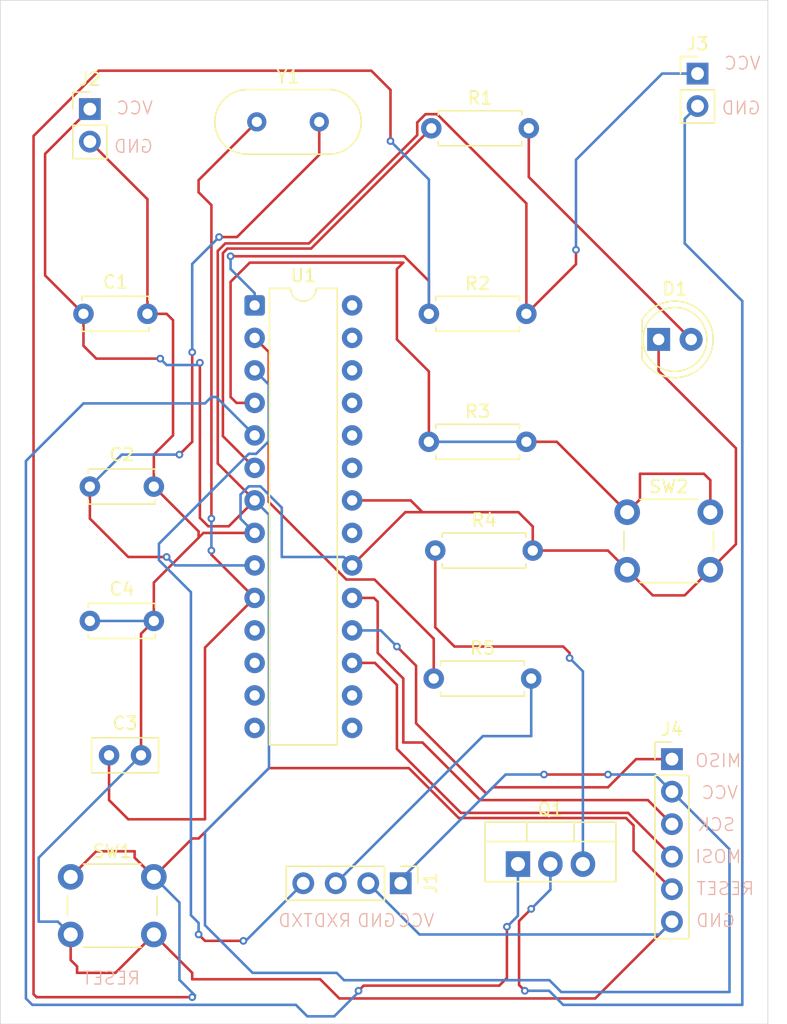
<source format=kicad_pcb>
(kicad_pcb (version 20241229) (generator "pcbnew") (generator_version "9.0")
  (layers (0 "F.Cu" signal) (2 "B.Cu" signal) (13 "F.Paste" user) (15 "B.Paste" user) (5 "F.SilkS" user "F.Silkscreen") (7 "B.SilkS" user "B.Silkscreen") (1 "F.Mask" user) (3 "B.Mask" user) (25 "Edge.Cuts" user))
  (net 0 "")
  (net 1 "GND")
  (net 2 "VCC")
  (net 3 "Net-(U1-XTAL1{slash}PB6)")
  (net 4 "Net-(U1-XTAL2{slash}PB7)")
  (net 5 "Net-(D1-A)")
  (net 6 "Net-(J1-Pin_3)")
  (net 7 "Net-(J1-Pin_4)")
  (net 8 "Net-(J3-Pin_2)")
  (net 9 "Net-(Q1-G)")
  (net 10 "Net-(Q1-S)")
  (net 11 "Net-(U1-PD4)")
  (net 12 "Net-(U1-PD2)")
  (net 13 "Net-(U1-PD0)")
  (net 27 "Net-(J4-Pin_4)")
  (net 28 "Net-(J4-Pin_1)")
  (net 29 "Net-(J4-Pin_5)")
  (net 30 "Net-(J4-Pin_3)")
  (footprint "Connector_PinHeader_2.54mm:PinHeader_1x02_P2.54mm_Vertical" (layer "F.Cu") (at 167 62.725)
    (property "Reference" "J3" (at 0 -2.33 0) (layer "F.SilkS"))
    (property "Value" "Humidifier Module")
    (fp_line (start -1.33 -1.33) (end 0 -1.33) (stroke (width 0.12)) (layer "F.SilkS"))
    (fp_line (start -1.33 0) (end -1.33 -1.33) (stroke (width 0.12)) (layer "F.SilkS"))
    (fp_line (start -1.33 1.27) (end -1.33 3.87) (stroke (width 0.12)) (layer "F.SilkS"))
    (fp_line (start -1.33 1.27) (end 1.33 1.27) (stroke (width 0.12)) (layer "F.SilkS"))
    (fp_line (start -1.33 3.87) (end 1.33 3.87) (stroke (width 0.12)) (layer "F.SilkS"))
    (fp_line (start 1.33 1.27) (end 1.33 3.87) (stroke (width 0.12)) (layer "F.SilkS"))
    (pad "1" thru_hole rect (at 0 0) (size 1.7 1.7) (drill 1) (layers "*.Cu" "*.Mask") (net 2 "VCC"))
    (pad "2" thru_hole oval (at 0 2.54) (size 1.7 1.7) (drill 1) (layers "*.Cu" "*.Mask") (net 8 "Net-(J3-Pin_2)"))
  )
  (footprint "Button_Switch_THT:SW_PUSH_6mm_H5mm" (layer "F.Cu") (at 118 125.5)
    (property "Reference" "SW1" (at 3.25 -2 0) (layer "F.SilkS"))
    (property "Value" "RESET")
    (fp_line (start -0.25 1.5) (end -0.25 3) (stroke (width 0.12)) (layer "F.SilkS"))
    (fp_line (start 1 5.5) (end 5.5 5.5) (stroke (width 0.12)) (layer "F.SilkS"))
    (fp_line (start 5.5 -1) (end 1 -1) (stroke (width 0.12)) (layer "F.SilkS"))
    (fp_line (start 6.75 3) (end 6.75 1.5) (stroke (width 0.12)) (layer "F.SilkS"))
    (pad "1" thru_hole circle (at 0 0 90) (size 2 2) (drill 1.1) (layers "*.Cu" "*.Mask") (net 29 "Net-(J4-Pin_5)"))
    (pad "1" thru_hole circle (at 6.5 0 90) (size 2 2) (drill 1.1) (layers "*.Cu" "*.Mask") (net 29 "Net-(J4-Pin_5)"))
    (pad "2" thru_hole circle (at 0 4.5 90) (size 2 2) (drill 1.1) (layers "*.Cu" "*.Mask") (net 1 "GND"))
    (pad "2" thru_hole circle (at 6.5 4.5 90) (size 2 2) (drill 1.1) (layers "*.Cu" "*.Mask") (net 1 "GND"))
  )
  (footprint "Package_DIP:DIP-28_W7.62mm" (layer "F.Cu") (at 132.38 80.84)
    (property "Reference" "U1" (at 3.81 -2.33 0) (layer "F.SilkS"))
    (property "Value" "ATmega328P-P")
    (fp_line (start 1.16 -1.33) (end 1.16 34.35) (stroke (width 0.12)) (layer "F.SilkS"))
    (fp_line (start 1.16 34.35) (end 6.46 34.35) (stroke (width 0.12)) (layer "F.SilkS"))
    (fp_line (start 2.81 -1.33) (end 1.16 -1.33) (stroke (width 0.12)) (layer "F.SilkS"))
    (fp_line (start 6.46 -1.33) (end 4.81 -1.33) (stroke (width 0.12)) (layer "F.SilkS"))
    (fp_line (start 6.46 34.35) (end 6.46 -1.33) (stroke (width 0.12)) (layer "F.SilkS"))
    (fp_arc (start 4.81 -1.33) (mid 3.81 -0.33) (end 2.81 -1.33) (stroke (width 0.12)) (layer "F.SilkS"))
    (pad "1" thru_hole roundrect (at 0 0) (size 1.6 1.6) (drill 0.8) (layers "*.Cu" "*.Mask") (roundrect_rratio 0.15625) (net 29 "Net-(J4-Pin_5)"))
    (pad "2" thru_hole circle (at 0 2.54) (size 1.6 1.6) (drill 0.8) (layers "*.Cu" "*.Mask") (net 13 "Net-(U1-PD0)"))
    (pad "3" thru_hole circle (at 0 5.08) (size 1.6 1.6) (drill 0.8) (layers "*.Cu" "*.Mask") (net 7 "Net-(J1-Pin_4)"))
    (pad "4" thru_hole circle (at 0 7.62) (size 1.6 1.6) (drill 0.8) (layers "*.Cu" "*.Mask") (net 12 "Net-(U1-PD2)"))
    (pad "5" thru_hole circle (at 0 10.16) (size 1.6 1.6) (drill 0.8) (layers "*.Cu" "*.Mask") (net 9 "Net-(Q1-G)"))
    (pad "6" thru_hole circle (at 0 12.7) (size 1.6 1.6) (drill 0.8) (layers "*.Cu" "*.Mask") (net 11 "Net-(U1-PD4)"))
    (pad "7" thru_hole circle (at 0 15.24) (size 1.6 1.6) (drill 0.8) (layers "*.Cu" "*.Mask") (net 2 "VCC"))
    (pad "8" thru_hole circle (at 0 17.78) (size 1.6 1.6) (drill 0.8) (layers "*.Cu" "*.Mask") (net 1 "GND"))
    (pad "9" thru_hole circle (at 0 20.32) (size 1.6 1.6) (drill 0.8) (layers "*.Cu" "*.Mask") (net 3 "Net-(U1-XTAL1{slash}PB6)"))
    (pad "10" thru_hole circle (at 0 22.86) (size 1.6 1.6) (drill 0.8) (layers "*.Cu" "*.Mask") (net 4 "Net-(U1-XTAL2{slash}PB7)"))
    (pad "11" thru_hole circle (at 0 25.4) (size 1.6 1.6) (drill 0.8) (layers "*.Cu" "*.Mask"))
    (pad "12" thru_hole circle (at 0 27.94) (size 1.6 1.6) (drill 0.8) (layers "*.Cu" "*.Mask"))
    (pad "13" thru_hole circle (at 0 30.48) (size 1.6 1.6) (drill 0.8) (layers "*.Cu" "*.Mask"))
    (pad "14" thru_hole circle (at 0 33.02) (size 1.6 1.6) (drill 0.8) (layers "*.Cu" "*.Mask"))
    (pad "15" thru_hole circle (at 7.62 33.02) (size 1.6 1.6) (drill 0.8) (layers "*.Cu" "*.Mask"))
    (pad "16" thru_hole circle (at 7.62 30.48) (size 1.6 1.6) (drill 0.8) (layers "*.Cu" "*.Mask"))
    (pad "17" thru_hole circle (at 7.62 27.94) (size 1.6 1.6) (drill 0.8) (layers "*.Cu" "*.Mask") (net 27 "Net-(J4-Pin_4)"))
    (pad "18" thru_hole circle (at 7.62 25.4) (size 1.6 1.6) (drill 0.8) (layers "*.Cu" "*.Mask") (net 28 "Net-(J4-Pin_1)"))
    (pad "19" thru_hole circle (at 7.62 22.86) (size 1.6 1.6) (drill 0.8) (layers "*.Cu" "*.Mask") (net 30 "Net-(J4-Pin_3)"))
    (pad "20" thru_hole circle (at 7.62 20.32) (size 1.6 1.6) (drill 0.8) (layers "*.Cu" "*.Mask") (net 1 "GND"))
    (pad "21" thru_hole circle (at 7.62 17.78) (size 1.6 1.6) (drill 0.8) (layers "*.Cu" "*.Mask"))
    (pad "22" thru_hole circle (at 7.62 15.24) (size 1.6 1.6) (drill 0.8) (layers "*.Cu" "*.Mask") (net 1 "GND"))
    (pad "23" thru_hole circle (at 7.62 12.7) (size 1.6 1.6) (drill 0.8) (layers "*.Cu" "*.Mask"))
    (pad "24" thru_hole circle (at 7.62 10.16) (size 1.6 1.6) (drill 0.8) (layers "*.Cu" "*.Mask"))
    (pad "25" thru_hole circle (at 7.62 7.62) (size 1.6 1.6) (drill 0.8) (layers "*.Cu" "*.Mask"))
    (pad "26" thru_hole circle (at 7.62 5.08) (size 1.6 1.6) (drill 0.8) (layers "*.Cu" "*.Mask"))
    (pad "27" thru_hole circle (at 7.62 2.54) (size 1.6 1.6) (drill 0.8) (layers "*.Cu" "*.Mask"))
    (pad "28" thru_hole circle (at 7.62 0) (size 1.6 1.6) (drill 0.8) (layers "*.Cu" "*.Mask"))
  )
  (footprint "Crystal:Crystal_HC49-4H_Vertical" (layer "F.Cu") (at 132.55 66.5)
    (property "Reference" "Y1" (at 2.44 -3.525 0) (layer "F.SilkS"))
    (property "Value" "16 MHz crystal")
    (fp_line (start -0.76 -2.525) (end 5.64 -2.525) (stroke (width 0.12)) (layer "F.SilkS"))
    (fp_line (start -0.76 2.525) (end 5.64 2.525) (stroke (width 0.12)) (layer "F.SilkS"))
    (fp_arc (start -0.76 2.525) (mid -3.285 0) (end -0.76 -2.525) (stroke (width 0.12)) (layer "F.SilkS"))
    (fp_arc (start 5.64 -2.525) (mid 8.165 0) (end 5.64 2.525) (stroke (width 0.12)) (layer "F.SilkS"))
    (pad "1" thru_hole circle (at 0 0) (size 1.5 1.5) (drill 0.8) (layers "*.Cu" "*.Mask") (net 4 "Net-(U1-XTAL2{slash}PB7)"))
    (pad "2" thru_hole circle (at 4.88 0) (size 1.5 1.5) (drill 0.8) (layers "*.Cu" "*.Mask") (net 3 "Net-(U1-XTAL1{slash}PB6)"))
  )
  (footprint "Connector_PinHeader_2.54mm:PinHeader_1x06_P2.54mm_Vertical" (layer "F.Cu") (at 165 116.3)
    (property "Reference" "J4" (at 0 -2.33 0) (layer "F.SilkS"))
    (property "Value" "Programming Pins")
    (fp_line (start -1.33 -1.33) (end 0 -1.33) (stroke (width 0.12)) (layer "F.SilkS"))
    (fp_line (start -1.33 0) (end -1.33 -1.33) (stroke (width 0.12)) (layer "F.SilkS"))
    (fp_line (start -1.33 1.27) (end -1.33 14.03) (stroke (width 0.12)) (layer "F.SilkS"))
    (fp_line (start -1.33 1.27) (end 1.33 1.27) (stroke (width 0.12)) (layer "F.SilkS"))
    (fp_line (start -1.33 14.03) (end 1.33 14.03) (stroke (width 0.12)) (layer "F.SilkS"))
    (fp_line (start 1.33 1.27) (end 1.33 14.03) (stroke (width 0.12)) (layer "F.SilkS"))
    (pad "1" thru_hole rect (at 0 0) (size 1.7 1.7) (drill 1) (layers "*.Cu" "*.Mask") (net 28 "Net-(J4-Pin_1)"))
    (pad "2" thru_hole oval (at 0 2.54) (size 1.7 1.7) (drill 1) (layers "*.Cu" "*.Mask") (net 2 "VCC"))
    (pad "3" thru_hole oval (at 0 5.08) (size 1.7 1.7) (drill 1) (layers "*.Cu" "*.Mask") (net 30 "Net-(J4-Pin_3)"))
    (pad "4" thru_hole oval (at 0 7.62) (size 1.7 1.7) (drill 1) (layers "*.Cu" "*.Mask") (net 27 "Net-(J4-Pin_4)"))
    (pad "5" thru_hole oval (at 0 10.16) (size 1.7 1.7) (drill 1) (layers "*.Cu" "*.Mask") (net 29 "Net-(J4-Pin_5)"))
    (pad "6" thru_hole oval (at 0 12.7) (size 1.7 1.7) (drill 1) (layers "*.Cu" "*.Mask") (net 1 "GND"))
  )
  (footprint "Capacitor_THT:C_Disc_D5.0mm_W2.5mm_P2.50mm" (layer "F.Cu") (at 121 116)
    (property "Reference" "C3" (at 1.25 -2.5 0) (layer "F.SilkS"))
    (property "Value" "22pF")
    (fp_line (start -1.37 -1.37) (end -1.37 1.37) (stroke (width 0.12)) (layer "F.SilkS"))
    (fp_line (start -1.37 -1.37) (end 3.87 -1.37) (stroke (width 0.12)) (layer "F.SilkS"))
    (fp_line (start -1.37 1.37) (end 3.87 1.37) (stroke (width 0.12)) (layer "F.SilkS"))
    (fp_line (start 3.87 -1.37) (end 3.87 1.37) (stroke (width 0.12)) (layer "F.SilkS"))
    (pad "1" thru_hole circle (at 0 0) (size 1.6 1.6) (drill 0.8) (layers "*.Cu" "*.Mask") (net 4 "Net-(U1-XTAL2{slash}PB7)"))
    (pad "2" thru_hole circle (at 2.5 0) (size 1.6 1.6) (drill 0.8) (layers "*.Cu" "*.Mask") (net 1 "GND"))
  )
  (footprint "Connector_PinHeader_2.54mm:PinHeader_1x04_P2.54mm_Vertical" (layer "F.Cu") (at 143.8 126 -90)
    (property "Reference" "J1" (at 0 -2.33 90) (layer "F.SilkS"))
    (property "Value" "Bluetooth Header")
    (fp_line (start -1.33 8.95) (end 1.33 8.95) (stroke (width 0.12)) (layer "F.SilkS"))
    (fp_line (start -1.33 1.27) (end -1.33 8.95) (stroke (width 0.12)) (layer "F.SilkS"))
    (fp_line (start -1.33 1.27) (end 1.33 1.27) (stroke (width 0.12)) (layer "F.SilkS"))
    (fp_line (start 1.33 1.27) (end 1.33 8.95) (stroke (width 0.12)) (layer "F.SilkS"))
    (fp_line (start -1.33 0) (end -1.33 -1.33) (stroke (width 0.12)) (layer "F.SilkS"))
    (fp_line (start -1.33 -1.33) (end 0 -1.33) (stroke (width 0.12)) (layer "F.SilkS"))
    (pad "1" thru_hole rect (at 0 0 270) (size 1.7 1.7) (drill 1) (layers "*.Cu" "*.Mask") (net 2 "VCC"))
    (pad "2" thru_hole oval (at 0 2.54 270) (size 1.7 1.7) (drill 1) (layers "*.Cu" "*.Mask") (net 1 "GND"))
    (pad "3" thru_hole oval (at 0 5.08 270) (size 1.7 1.7) (drill 1) (layers "*.Cu" "*.Mask") (net 6 "Net-(J1-Pin_3)"))
    (pad "4" thru_hole oval (at 0 7.62 270) (size 1.7 1.7) (drill 1) (layers "*.Cu" "*.Mask") (net 7 "Net-(J1-Pin_4)"))
  )
  (footprint "Capacitor_THT:C_Disc_D5.0mm_W2.5mm_P5.00mm" (layer "F.Cu") (at 119 81.5)
    (property "Reference" "C1" (at 2.5 -2.5 0) (layer "F.SilkS"))
    (property "Value" "0.1µF")
    (fp_line (start -0.12 -1.37) (end -0.12 -1.055) (stroke (width 0.12)) (layer "F.SilkS"))
    (fp_line (start -0.12 -1.37) (end 5.12 -1.37) (stroke (width 0.12)) (layer "F.SilkS"))
    (fp_line (start -0.12 1.055) (end -0.12 1.37) (stroke (width 0.12)) (layer "F.SilkS"))
    (fp_line (start -0.12 1.37) (end 5.12 1.37) (stroke (width 0.12)) (layer "F.SilkS"))
    (fp_line (start 5.12 -1.37) (end 5.12 -1.055) (stroke (width 0.12)) (layer "F.SilkS"))
    (fp_line (start 5.12 1.055) (end 5.12 1.37) (stroke (width 0.12)) (layer "F.SilkS"))
    (pad "1" thru_hole circle (at 0 0) (size 1.6 1.6) (drill 0.8) (layers "*.Cu" "*.Mask") (net 2 "VCC"))
    (pad "2" thru_hole circle (at 5 0) (size 1.6 1.6) (drill 0.8) (layers "*.Cu" "*.Mask") (net 1 "GND"))
  )
  (footprint "Resistor_THT:R_Axial_DIN0207_L6.3mm_D2.5mm_P7.62mm_Horizontal" (layer "F.Cu") (at 146 81.5)
    (property "Reference" "R2" (at 3.81 -2.37 0) (layer "F.SilkS"))
    (property "Value" "10kΩ")
    (fp_line (start 0.54 -1.37) (end 7.08 -1.37) (stroke (width 0.12)) (layer "F.SilkS"))
    (fp_line (start 0.54 -1.04) (end 0.54 -1.37) (stroke (width 0.12)) (layer "F.SilkS"))
    (fp_line (start 0.54 1.04) (end 0.54 1.37) (stroke (width 0.12)) (layer "F.SilkS"))
    (fp_line (start 0.54 1.37) (end 7.08 1.37) (stroke (width 0.12)) (layer "F.SilkS"))
    (fp_line (start 7.08 -1.37) (end 7.08 -1.04) (stroke (width 0.12)) (layer "F.SilkS"))
    (fp_line (start 7.08 1.37) (end 7.08 1.04) (stroke (width 0.12)) (layer "F.SilkS"))
    (pad "1" thru_hole circle (at 0 0) (size 1.6 1.6) (drill 0.8) (layers "*.Cu" "*.Mask") (net 29 "Net-(J4-Pin_5)"))
    (pad "2" thru_hole oval (at 7.62 0) (size 1.6 1.6) (drill 0.8) (layers "*.Cu" "*.Mask") (net 2 "VCC"))
  )
  (footprint "Resistor_THT:R_Axial_DIN0207_L6.3mm_D2.5mm_P7.62mm_Horizontal" (layer "F.Cu") (at 146.5 100)
    (property "Reference" "R4" (at 3.81 -2.37 0) (layer "F.SilkS"))
    (property "Value" "220Ω")
    (fp_line (start 0.54 -1.37) (end 7.08 -1.37) (stroke (width 0.12)) (layer "F.SilkS"))
    (fp_line (start 0.54 -1.04) (end 0.54 -1.37) (stroke (width 0.12)) (layer "F.SilkS"))
    (fp_line (start 0.54 1.04) (end 0.54 1.37) (stroke (width 0.12)) (layer "F.SilkS"))
    (fp_line (start 0.54 1.37) (end 7.08 1.37) (stroke (width 0.12)) (layer "F.SilkS"))
    (fp_line (start 7.08 -1.37) (end 7.08 -1.04) (stroke (width 0.12)) (layer "F.SilkS"))
    (fp_line (start 7.08 1.37) (end 7.08 1.04) (stroke (width 0.12)) (layer "F.SilkS"))
    (pad "1" thru_hole circle (at 0 0) (size 1.6 1.6) (drill 0.8) (layers "*.Cu" "*.Mask") (net 10 "Net-(Q1-S)"))
    (pad "2" thru_hole oval (at 7.62 0) (size 1.6 1.6) (drill 0.8) (layers "*.Cu" "*.Mask") (net 1 "GND"))
  )
  (footprint "Resistor_THT:R_Axial_DIN0207_L6.3mm_D2.5mm_P7.62mm_Horizontal" (layer "F.Cu") (at 146 91.5)
    (property "Reference" "R3" (at 3.81 -2.37 0) (layer "F.SilkS"))
    (property "Value" "10kΩ")
    (fp_line (start 0.54 -1.37) (end 7.08 -1.37) (stroke (width 0.12)) (layer "F.SilkS"))
    (fp_line (start 0.54 -1.04) (end 0.54 -1.37) (stroke (width 0.12)) (layer "F.SilkS"))
    (fp_line (start 0.54 1.04) (end 0.54 1.37) (stroke (width 0.12)) (layer "F.SilkS"))
    (fp_line (start 0.54 1.37) (end 7.08 1.37) (stroke (width 0.12)) (layer "F.SilkS"))
    (fp_line (start 7.08 -1.37) (end 7.08 -1.04) (stroke (width 0.12)) (layer "F.SilkS"))
    (fp_line (start 7.08 1.37) (end 7.08 1.04) (stroke (width 0.12)) (layer "F.SilkS"))
    (pad "1" thru_hole circle (at 0 0) (size 1.6 1.6) (drill 0.8) (layers "*.Cu" "*.Mask") (net 12 "Net-(U1-PD2)"))
    (pad "2" thru_hole oval (at 7.62 0) (size 1.6 1.6) (drill 0.8) (layers "*.Cu" "*.Mask") (net 12 "Net-(U1-PD2)"))
  )
  (footprint "Capacitor_THT:C_Disc_D5.0mm_W2.5mm_P5.00mm" (layer "F.Cu") (at 119.5 105.5)
    (property "Reference" "C4" (at 2.5 -2.5 0) (layer "F.SilkS"))
    (property "Value" "0.1µF")
    (fp_line (start -0.12 -1.37) (end -0.12 -1.055) (stroke (width 0.12)) (layer "F.SilkS"))
    (fp_line (start -0.12 -1.37) (end 5.12 -1.37) (stroke (width 0.12)) (layer "F.SilkS"))
    (fp_line (start -0.12 1.055) (end -0.12 1.37) (stroke (width 0.12)) (layer "F.SilkS"))
    (fp_line (start -0.12 1.37) (end 5.12 1.37) (stroke (width 0.12)) (layer "F.SilkS"))
    (fp_line (start 5.12 -1.37) (end 5.12 -1.055) (stroke (width 0.12)) (layer "F.SilkS"))
    (fp_line (start 5.12 1.055) (end 5.12 1.37) (stroke (width 0.12)) (layer "F.SilkS"))
    (pad "1" thru_hole circle (at 0 0) (size 1.6 1.6) (drill 0.8) (layers "*.Cu" "*.Mask") (net 1 "GND"))
    (pad "2" thru_hole circle (at 5 0) (size 1.6 1.6) (drill 0.8) (layers "*.Cu" "*.Mask") (net 1 "GND"))
  )
  (footprint "Resistor_THT:R_Axial_DIN0207_L6.3mm_D2.5mm_P7.62mm_Horizontal" (layer "F.Cu") (at 146.38 110)
    (property "Reference" "R5" (at 3.81 -2.37 0) (layer "F.SilkS"))
    (property "Value" "1kΩ")
    (fp_line (start 0.54 -1.37) (end 7.08 -1.37) (stroke (width 0.12)) (layer "F.SilkS"))
    (fp_line (start 0.54 -1.04) (end 0.54 -1.37) (stroke (width 0.12)) (layer "F.SilkS"))
    (fp_line (start 0.54 1.04) (end 0.54 1.37) (stroke (width 0.12)) (layer "F.SilkS"))
    (fp_line (start 0.54 1.37) (end 7.08 1.37) (stroke (width 0.12)) (layer "F.SilkS"))
    (fp_line (start 7.08 -1.37) (end 7.08 -1.04) (stroke (width 0.12)) (layer "F.SilkS"))
    (fp_line (start 7.08 1.37) (end 7.08 1.04) (stroke (width 0.12)) (layer "F.SilkS"))
    (pad "1" thru_hole circle (at 0 0) (size 1.6 1.6) (drill 0.8) (layers "*.Cu" "*.Mask") (net 13 "Net-(U1-PD0)"))
    (pad "2" thru_hole oval (at 7.62 0) (size 1.6 1.6) (drill 0.8) (layers "*.Cu" "*.Mask") (net 6 "Net-(J1-Pin_3)"))
  )
  (footprint "LED_THT:LED_D5.0mm" (layer "F.Cu") (at 163.96 83.5)
    (property "Reference" "D1" (at 1.27 -3.96 0) (layer "F.SilkS"))
    (property "Value" "LED")
    (fp_line (start -1.29 -1.545) (end -1.29 1.545) (stroke (width 0.12)) (layer "F.SilkS"))
    (fp_arc (start -1.29 -1.54483) (mid 2.071756 -2.880501) (end 4.26 -0.000048) (stroke (width 0.12)) (layer "F.SilkS"))
    (fp_arc (start 4.26 0.000048) (mid 2.071756 2.880501) (end -1.29 1.54483) (stroke (width 0.12)) (layer "F.SilkS"))
    (fp_circle (center 1.27 0) (end 3.77 0) (stroke (width 0.12)) (fill no) (layer "F.SilkS"))
    (pad "1" thru_hole rect (at 0 0) (size 1.8 1.8) (drill 0.9) (layers "*.Cu" "*.Mask") (net 1 "GND"))
    (pad "2" thru_hole circle (at 2.54 0) (size 1.8 1.8) (drill 0.9) (layers "*.Cu" "*.Mask") (net 5 "Net-(D1-A)"))
  )
  (footprint "Package_TO_SOT_THT:TO-220-3_Vertical" (layer "F.Cu") (at 152.96 124.5)
    (property "Reference" "Q1" (at 2.54 -4.27 0) (layer "F.SilkS"))
    (property "Value" "Q_NMOS_GDS")
    (fp_line (start -2.58 -3.27) (end -2.58 1.371) (stroke (width 0.12)) (layer "F.SilkS"))
    (fp_line (start -2.58 -3.27) (end 7.66 -3.27) (stroke (width 0.12)) (layer "F.SilkS"))
    (fp_line (start -2.58 -1.76) (end 7.66 -1.76) (stroke (width 0.12)) (layer "F.SilkS"))
    (fp_line (start -2.58 1.371) (end 7.66 1.371) (stroke (width 0.12)) (layer "F.SilkS"))
    (fp_line (start 0.69 -3.27) (end 0.69 -1.76) (stroke (width 0.12)) (layer "F.SilkS"))
    (fp_line (start 4.391 -3.27) (end 4.391 -1.76) (stroke (width 0.12)) (layer "F.SilkS"))
    (fp_line (start 7.66 -3.27) (end 7.66 1.371) (stroke (width 0.12)) (layer "F.SilkS"))
    (pad "1" thru_hole rect (at 0 0) (size 1.905 2) (drill 1.1) (layers "*.Cu" "*.Mask") (net 9 "Net-(Q1-G)"))
    (pad "2" thru_hole oval (at 2.54 0) (size 1.905 2) (drill 1.1) (layers "*.Cu" "*.Mask") (net 8 "Net-(J3-Pin_2)"))
    (pad "3" thru_hole oval (at 5.08 0) (size 1.905 2) (drill 1.1) (layers "*.Cu" "*.Mask") (net 10 "Net-(Q1-S)"))
  )
  (footprint "Resistor_THT:R_Axial_DIN0207_L6.3mm_D2.5mm_P7.62mm_Horizontal" (layer "F.Cu") (at 146.19 67)
    (property "Reference" "R1" (at 3.81 -2.37 0) (layer "F.SilkS"))
    (property "Value" "330Ω")
    (fp_line (start 0.54 -1.37) (end 7.08 -1.37) (stroke (width 0.12)) (layer "F.SilkS"))
    (fp_line (start 0.54 -1.04) (end 0.54 -1.37) (stroke (width 0.12)) (layer "F.SilkS"))
    (fp_line (start 0.54 1.04) (end 0.54 1.37) (stroke (width 0.12)) (layer "F.SilkS"))
    (fp_line (start 0.54 1.37) (end 7.08 1.37) (stroke (width 0.12)) (layer "F.SilkS"))
    (fp_line (start 7.08 -1.37) (end 7.08 -1.04) (stroke (width 0.12)) (layer "F.SilkS"))
    (fp_line (start 7.08 1.37) (end 7.08 1.04) (stroke (width 0.12)) (layer "F.SilkS"))
    (pad "1" thru_hole circle (at 0 0) (size 1.6 1.6) (drill 0.8) (layers "*.Cu" "*.Mask") (net 11 "Net-(U1-PD4)"))
    (pad "2" thru_hole oval (at 7.62 0) (size 1.6 1.6) (drill 0.8) (layers "*.Cu" "*.Mask") (net 5 "Net-(D1-A)"))
  )
  (footprint "Capacitor_THT:C_Disc_D5.0mm_W2.5mm_P5.00mm" (layer "F.Cu") (at 119.5 95)
    (property "Reference" "C2" (at 2.5 -2.5 0) (layer "F.SilkS"))
    (property "Value" "22pF")
    (fp_line (start -0.12 -1.37) (end -0.12 -1.055) (stroke (width 0.12)) (layer "F.SilkS"))
    (fp_line (start -0.12 -1.37) (end 5.12 -1.37) (stroke (width 0.12)) (layer "F.SilkS"))
    (fp_line (start -0.12 1.055) (end -0.12 1.37) (stroke (width 0.12)) (layer "F.SilkS"))
    (fp_line (start -0.12 1.37) (end 5.12 1.37) (stroke (width 0.12)) (layer "F.SilkS"))
    (fp_line (start 5.12 -1.37) (end 5.12 -1.055) (stroke (width 0.12)) (layer "F.SilkS"))
    (fp_line (start 5.12 1.055) (end 5.12 1.37) (stroke (width 0.12)) (layer "F.SilkS"))
    (pad "1" thru_hole circle (at 0 0) (size 1.6 1.6) (drill 0.8) (layers "*.Cu" "*.Mask") (net 3 "Net-(U1-XTAL1{slash}PB6)"))
    (pad "2" thru_hole circle (at 5 0) (size 1.6 1.6) (drill 0.8) (layers "*.Cu" "*.Mask") (net 1 "GND"))
  )
  (footprint "Connector_PinHeader_2.54mm:PinHeader_1x02_P2.54mm_Vertical" (layer "F.Cu") (at 119.5 65.5)
    (property "Reference" "J2" (at 0 -2.33 0) (layer "F.SilkS"))
    (property "Value" "5V INPUT")
    (fp_line (start -1.33 -1.33) (end 0 -1.33) (stroke (width 0.12)) (layer "F.SilkS"))
    (fp_line (start -1.33 0) (end -1.33 -1.33) (stroke (width 0.12)) (layer "F.SilkS"))
    (fp_line (start -1.33 1.27) (end -1.33 3.87) (stroke (width 0.12)) (layer "F.SilkS"))
    (fp_line (start -1.33 1.27) (end 1.33 1.27) (stroke (width 0.12)) (layer "F.SilkS"))
    (fp_line (start -1.33 3.87) (end 1.33 3.87) (stroke (width 0.12)) (layer "F.SilkS"))
    (fp_line (start 1.33 1.27) (end 1.33 3.87) (stroke (width 0.12)) (layer "F.SilkS"))
    (pad "1" thru_hole rect (at 0 0) (size 1.7 1.7) (drill 1) (layers "*.Cu" "*.Mask") (net 2 "VCC"))
    (pad "2" thru_hole oval (at 0 2.54) (size 1.7 1.7) (drill 1) (layers "*.Cu" "*.Mask") (net 1 "GND"))
  )
  (footprint "Button_Switch_THT:SW_PUSH_6mm_H5mm" (layer "F.Cu") (at 161.5 97)
    (property "Reference" "SW2" (at 3.25 -2 0) (layer "F.SilkS"))
    (property "Value" "SWITCH")
    (fp_line (start -0.25 1.5) (end -0.25 3) (stroke (width 0.12)) (layer "F.SilkS"))
    (fp_line (start 1 5.5) (end 5.5 5.5) (stroke (width 0.12)) (layer "F.SilkS"))
    (fp_line (start 5.5 -1) (end 1 -1) (stroke (width 0.12)) (layer "F.SilkS"))
    (fp_line (start 6.75 3) (end 6.75 1.5) (stroke (width 0.12)) (layer "F.SilkS"))
    (pad "1" thru_hole circle (at 0 0 90) (size 2 2) (drill 1.1) (layers "*.Cu" "*.Mask") (net 12 "Net-(U1-PD2)"))
    (pad "1" thru_hole circle (at 6.5 0 90) (size 2 2) (drill 1.1) (layers "*.Cu" "*.Mask") (net 12 "Net-(U1-PD2)"))
    (pad "2" thru_hole circle (at 0 4.5 90) (size 2 2) (drill 1.1) (layers "*.Cu" "*.Mask") (net 1 "GND"))
    (pad "2" thru_hole circle (at 6.5 4.5 90) (size 2 2) (drill 1.1) (layers "*.Cu" "*.Mask") (net 1 "GND"))
  )
  (gr_rect (start 112.5 57) (end 172.5 137) (stroke (width 0.05)) (fill no) (layer "Edge.Cuts"))
  (gr_text "GND" (at 172 66 0) (layer "B.SilkS") (effects (font (size 1 1) (thickness 0.1)) (justify left bottom mirror)))
  (gr_text "GND" (at 143.5 129.5 0) (layer "B.SilkS") (effects (font (size 1 1) (thickness 0.1)) (justify left bottom mirror)))
  (gr_text "	VCC" (at 174 119.5 0) (layer "B.SilkS") (effects (font (size 1 1) (thickness 0.1)) (justify left bottom mirror)))
  (gr_text "MOSI" (at 170.5 124.5 0) (layer "B.SilkS") (effects (font (size 1 1) (thickness 0.1)) (justify left bottom mirror)))
  (gr_text "RESET" (at 123.5 134 0) (layer "B.SilkS") (effects (font (size 1 1) (thickness 0.1)) (justify left bottom mirror)))
  (gr_text "VCC" (at 124.5 66 0) (layer "B.SilkS") (effects (font (size 1 1) (thickness 0.1)) (justify left bottom mirror)))
  (gr_text "RESET" (at 171.5 127 0) (layer "B.SilkS") (effects (font (size 1 1) (thickness 0.1)) (justify left bottom mirror)))
  (gr_text "SCK" (at 170 122 0) (layer "B.SilkS") (effects (font (size 1 1) (thickness 0.1)) (justify left bottom mirror)))
  (gr_text "GND" (at 124.5 69 0) (layer "B.SilkS") (effects (font (size 1 1) (thickness 0.1)) (justify left bottom mirror)))
  (gr_text "VCC\n" (at 172 62.5 0) (layer "B.SilkS") (effects (font (size 1 1) (thickness 0.1)) (justify left bottom mirror)))
  (gr_text "MISO" (at 170.5 117 0) (layer "B.SilkS") (effects (font (size 1 1) (thickness 0.1)) (justify left bottom mirror)))
  (gr_text "GND" (at 170 129.5 0) (layer "B.SilkS") (effects (font (size 1 1) (thickness 0.1)) (justify left bottom mirror)))
  (gr_text "RXD" (at 140 129.5 0) (layer "B.SilkS") (effects (font (size 1 1) (thickness 0.1)) (justify left bottom mirror)))
  (gr_text "TXD" (at 137 129.5 0) (layer "B.SilkS") (effects (font (size 1 1) (thickness 0.1)) (justify left bottom mirror)))
  (gr_text "VCC" (at 146.5 129.5 0) (layer "B.SilkS") (effects (font (size 1 1) (thickness 0.1)) (justify left bottom mirror)))
  (segment (start 128 98.5) (end 128 99) (width 0.2) (layer "F.Cu") (net 1))
  (segment (start 118.5 132.5) (end 118 132) (width 0.2) (layer "F.Cu") (net 1))
  (segment (start 144.16 97) (end 140 101.16) (width 0.2) (layer "F.Cu") (net 1))
  (segment (start 166 103.5) (end 163.5 103.5) (width 0.2) (layer "F.Cu") (net 1))
  (segment (start 124.5 102.5) (end 128 99) (width 0.2) (layer "F.Cu") (net 1))
  (segment (start 126 91) (end 126 82) (width 0.2) (layer "F.Cu") (net 1))
  (segment (start 128 99) (end 128.38 98.62) (width 0.2) (layer "F.Cu") (net 1))
  (segment (start 123.5 116) (end 123.5 106.5) (width 0.2) (layer "F.Cu") (net 1))
  (segment (start 144.58 96.08) (end 145.5 97) (width 0.2) (layer "F.Cu") (net 1))
  (segment (start 170 99.5) (end 168 101.5) (width 0.2) (layer "F.Cu") (net 1))
  (segment (start 127.5 133.5) (end 127.5 133) (width 0.2) (layer "F.Cu") (net 1))
  (segment (start 126 82) (end 125.5 81.5) (width 0.2) (layer "F.Cu") (net 1))
  (segment (start 153 97) (end 145.5 97) (width 0.2) (layer "F.Cu") (net 1))
  (segment (start 128.38 98.62) (end 132.38 98.62) (width 0.2) (layer "F.Cu") (net 1))
  (segment (start 154.12 100) (end 154.12 98.12) (width 0.2) (layer "F.Cu") (net 1))
  (segment (start 123.5 106.5) (end 124.5 105.5) (width 0.2) (layer "F.Cu") (net 1))
  (segment (start 124.5 130) (end 121.5 133) (width 0.2) (layer "F.Cu") (net 1))
  (segment (start 139 135) (end 137.5 133.5) (width 0.2) (layer "F.Cu") (net 1))
  (segment (start 127.5 133) (end 124.5 130) (width 0.2) (layer "F.Cu") (net 1))
  (segment (start 124.5 95) (end 128 98.5) (width 0.2) (layer "F.Cu") (net 1))
  (segment (start 140 96.08) (end 144.58 96.08) (width 0.2) (layer "F.Cu") (net 1))
  (segment (start 154.12 100) (end 160 100) (width 0.2) (layer "F.Cu") (net 1))
  (segment (start 125.5 81.5) (end 124 81.5) (width 0.2) (layer "F.Cu") (net 1))
  (segment (start 118 132) (end 118 130) (width 0.2) (layer "F.Cu") (net 1))
  (segment (start 154.12 98.12) (end 153 97) (width 0.2) (layer "F.Cu") (net 1))
  (segment (start 163.96 83.5) (end 163.96 85.96) (width 0.2) (layer "F.Cu") (net 1))
  (segment (start 121.5 133) (end 118.5 133) (width 0.2) (layer "F.Cu") (net 1))
  (segment (start 168 101.5) (end 166 103.5) (width 0.2) (layer "F.Cu") (net 1))
  (segment (start 145.5 97) (end 144.16 97) (width 0.2) (layer "F.Cu") (net 1))
  (segment (start 124 72.54) (end 124 81.5) (width 0.2) (layer "F.Cu") (net 1))
  (segment (start 124.5 95) (end 124.5 92.5) (width 0.2) (layer "F.Cu") (net 1))
  (segment (start 118.5 133) (end 118.5 132.5) (width 0.2) (layer "F.Cu") (net 1))
  (segment (start 160 100) (end 161.5 101.5) (width 0.2) (layer "F.Cu") (net 1))
  (segment (start 119.5 68.04) (end 124 72.54) (width 0.2) (layer "F.Cu") (net 1))
  (segment (start 124.5 92.5) (end 126 91) (width 0.2) (layer "F.Cu") (net 1))
  (segment (start 163.96 85.96) (end 170 92) (width 0.2) (layer "F.Cu") (net 1))
  (segment (start 159 135) (end 139 135) (width 0.2) (layer "F.Cu") (net 1))
  (segment (start 163.5 103.5) (end 161.5 101.5) (width 0.2) (layer "F.Cu") (net 1))
  (segment (start 137.5 133.5) (end 127.5 133.5) (width 0.2) (layer "F.Cu") (net 1))
  (segment (start 170 92) (end 170 99.5) (width 0.2) (layer "F.Cu") (net 1))
  (segment (start 165 129) (end 159 135) (width 0.2) (layer "F.Cu") (net 1))
  (segment (start 124.5 105.5) (end 124.5 102.5) (width 0.2) (layer "F.Cu") (net 1))
  (segment (start 115.5 129) (end 117 129) (width 0.2) (layer "B.Cu") (net 1))
  (segment (start 134.5 100.5) (end 134.5 96.64295) (width 0.2) (layer "B.Cu") (net 1))
  (segment (start 131.279 97.519) (end 132.38 98.62) (width 0.2) (layer "B.Cu") (net 1))
  (segment (start 117 129) (end 118 130) (width 0.2) (layer "B.Cu") (net 1))
  (segment (start 132.83605 94.979) (end 131.92395 94.979) (width 0.2) (layer "B.Cu") (net 1))
  (segment (start 131.92395 94.979) (end 131.279 95.62395) (width 0.2) (layer "B.Cu") (net 1))
  (segment (start 123.5 116) (end 115.5 124) (width 0.2) (layer "B.Cu") (net 1))
  (segment (start 131.279 95.62395) (end 131.279 97.519) (width 0.2) (layer "B.Cu") (net 1))
  (segment (start 141.26 126) (end 145.261764 130.001764) (width 0.2) (layer "B.Cu") (net 1))
  (segment (start 115.5 124) (end 115.5 129) (width 0.2) (layer "B.Cu") (net 1))
  (segment (start 124.5 129.150057) (end 124.5 130) (width 0.2) (layer "B.Cu") (net 1))
  (segment (start 119.5 105.5) (end 124.5 105.5) (width 0.2) (layer "B.Cu") (net 1))
  (segment (start 134.5 96.64295) (end 132.83605 94.979) (width 0.2) (layer "B.Cu") (net 1))
  (segment (start 163.998236 130.001764) (end 165 129) (width 0.2) (layer "B.Cu") (net 1))
  (segment (start 139.34 100.5) (end 134.5 100.5) (width 0.2) (layer "B.Cu") (net 1))
  (segment (start 140 101.16) (end 139.34 100.5) (width 0.2) (layer "B.Cu") (net 1))
  (segment (start 145.261764 130.001764) (end 163.998236 130.001764) (width 0.2) (layer "B.Cu") (net 1))
  (segment (start 155 117.5) (end 160 117.5) (width 0.2) (layer "F.Cu") (net 2))
  (segment (start 119.5 84.5) (end 120 85) (width 0.2) (layer "F.Cu") (net 2))
  (segment (start 130.359 98.101) (end 132.38 96.08) (width 0.2) (layer "F.Cu") (net 2))
  (segment (start 116 69) (end 116 78.5) (width 0.2) (layer "F.Cu") (net 2))
  (segment (start 119 81.5) (end 119 84) (width 0.2) (layer "F.Cu") (net 2))
  (segment (start 129.498 76.584957) (end 129.498 93.198) (width 0.2) (layer "F.Cu") (net 2))
  (segment (start 153.62 81.5) (end 153.62 72.87295) (width 0.2) (layer "F.Cu") (net 2))
  (segment (start 116 78.5) (end 119 81.5) (width 0.2) (layer "F.Cu") (net 2))
  (segment (start 120 85) (end 125 85) (width 0.2) (layer "F.Cu") (net 2))
  (segment (start 128.1 85.32) (end 128.1 97.449943) (width 0.2) (layer "F.Cu") (net 2))
  (segment (start 145.089 66.54395) (end 145.089 67.5339) (width 0.2) (layer "F.Cu") (net 2))
  (segment (start 129.498 93.198) (end 132.38 96.08) (width 0.2) (layer "F.Cu") (net 2))
  (segment (start 128.751057 98.101) (end 130.359 98.101) (width 0.2) (layer "F.Cu") (net 2))
  (segment (start 136.6249 75.998) (end 130.084957 75.998) (width 0.2) (layer "F.Cu") (net 2))
  (segment (start 157.5 77.62) (end 157.5 76.5) (width 0.2) (layer "F.Cu") (net 2))
  (segment (start 145.73395 65.899) (end 145.089 66.54395) (width 0.2) (layer "F.Cu") (net 2))
  (segment (start 146.64605 65.899) (end 145.73395 65.899) (width 0.2) (layer "F.Cu") (net 2))
  (segment (start 128.1 97.449943) (end 128.751057 98.101) (width 0.2) (layer "F.Cu") (net 2))
  (segment (start 119.5 65.5) (end 116 69) (width 0.2) (layer "F.Cu") (net 2))
  (segment (start 119 84) (end 119.5 84.5) (width 0.2) (layer "F.Cu") (net 2))
  (segment (start 145.089 67.5339) (end 136.6249 75.998) (width 0.2) (layer "F.Cu") (net 2))
  (segment (start 153.62 81.5) (end 157.5 77.62) (width 0.2) (layer "F.Cu") (net 2))
  (segment (start 153.62 72.87295) (end 146.64605 65.899) (width 0.2) (layer "F.Cu") (net 2))
  (segment (start 130.084957 75.998) (end 129.498 76.584957) (width 0.2) (layer "F.Cu") (net 2))
  (via (at 155 117.5) (size 0.6) (drill 0.3) (layers "F.Cu" "B.Cu") (net 2))
  (via (at 125 85) (size 0.6) (drill 0.3) (layers "F.Cu" "B.Cu") (net 2))
  (via (at 128.1 85.32) (size 0.6) (drill 0.3) (layers "F.Cu" "B.Cu") (net 2))
  (via (at 160 117.5) (size 0.6) (drill 0.3) (layers "F.Cu" "B.Cu") (net 2))
  (via (at 157.5 76.5) (size 0.6) (drill 0.3) (layers "F.Cu" "B.Cu") (net 2))
  (segment (start 132.217157 133) (end 138.79 133) (width 0.2) (layer "B.Cu") (net 2))
  (segment (start 160 117.5) (end 163.66 117.5) (width 0.2) (layer "B.Cu") (net 2))
  (segment (start 150.5 119) (end 152 117.5) (width 0.2) (layer "B.Cu") (net 2))
  (segment (start 125.5 85.5) (end 128 85.5) (width 0.2) (layer "B.Cu") (net 2))
  (segment (start 128.5 129.282843) (end 132.217157 133) (width 0.2) (layer "B.Cu") (net 2))
  (segment (start 157.5 69.46) (end 157.5 76.5) (width 0.2) (layer "B.Cu") (net 2))
  (segment (start 128 85.5) (end 128.1 85.4) (width 0.2) (layer "B.Cu") (net 2))
  (segment (start 169.5 134.5) (end 169.5 123.34) (width 0.2) (layer "B.Cu") (net 2))
  (segment (start 133.5 97.2) (end 133.5 117) (width 0.2) (layer "B.Cu") (net 2))
  (segment (start 125 85) (end 125.5 85.5) (width 0.2) (layer "B.Cu") (net 2))
  (segment (start 156.349943 134.5) (end 169.5 134.5) (width 0.2) (layer "B.Cu") (net 2))
  (segment (start 164.235 62.725) (end 157.5 69.46) (width 0.2) (layer "B.Cu") (net 2))
  (segment (start 139.365029 133.575029) (end 138.79 133) (width 0.2) (layer "B.Cu") (net 2))
  (segment (start 169.5 123.34) (end 165 118.84) (width 0.2) (layer "B.Cu") (net 2))
  (segment (start 152 117.5) (end 155 117.5) (width 0.2) (layer "B.Cu") (net 2))
  (segment (start 128.1 85.4) (end 128.1 85.32) (width 0.2) (layer "B.Cu") (net 2))
  (segment (start 143.8 125.7) (end 150.5 119) (width 0.2) (layer "B.Cu") (net 2))
  (segment (start 132.38 96.08) (end 133.5 97.2) (width 0.2) (layer "B.Cu") (net 2))
  (segment (start 143.8 126) (end 143.8 125.7) (width 0.2) (layer "B.Cu") (net 2))
  (segment (start 167 62.725) (end 164.235 62.725) (width 0.2) (layer "B.Cu") (net 2))
  (segment (start 133.5 117) (end 128.5 122) (width 0.2) (layer "B.Cu") (net 2))
  (segment (start 128.5 122) (end 128.5 129.282843) (width 0.2) (layer "B.Cu") (net 2))
  (segment (start 155.424971 133.575029) (end 139.365029 133.575029) (width 0.2) (layer "B.Cu") (net 2))
  (segment (start 155.424971 133.575029) (end 156.349943 134.5) (width 0.2) (layer "B.Cu") (net 2))
  (segment (start 163.66 117.5) (end 165 118.84) (width 0.2) (layer "B.Cu") (net 2))
  (segment (start 122 100) (end 122.5 100.5) (width 0.2) (layer "F.Cu") (net 3))
  (segment (start 127.5 84.5) (end 127.5 91.5) (width 0.2) (layer "F.Cu") (net 3))
  (segment (start 131 75.5) (end 129.6 75.5) (width 0.2) (layer "F.Cu") (net 3))
  (segment (start 127.5 91.5) (end 126.5 92.5) (width 0.2) (layer "F.Cu") (net 3))
  (segment (start 122.5 100.5) (end 125.5 100.5) (width 0.2) (layer "F.Cu") (net 3))
  (segment (start 137.43 69.07) (end 131.5 75) (width 0.2) (layer "F.Cu") (net 3))
  (segment (start 119.5 97.5) (end 122 100) (width 0.2) (layer "F.Cu") (net 3))
  (segment (start 131.5 75) (end 131 75.5) (width 0.2) (layer "F.Cu") (net 3))
  (segment (start 137.43 66.5) (end 137.43 69.07) (width 0.2) (layer "F.Cu") (net 3))
  (segment (start 119.5 95) (end 119.5 97.5) (width 0.2) (layer "F.Cu") (net 3))
  (via (at 129.6 75.5) (size 0.6) (drill 0.3) (layers "F.Cu" "B.Cu") (net 3))
  (via (at 126.5 92.5) (size 0.6) (drill 0.3) (layers "F.Cu" "B.Cu") (net 3))
  (via (at 127.5 84.5) (size 0.6) (drill 0.3) (layers "F.Cu" "B.Cu") (net 3))
  (via (at 125.5 100.5) (size 0.6) (drill 0.3) (layers "F.Cu" "B.Cu") (net 3))
  (segment (start 126.16 101.16) (end 132.38 101.16) (width 0.2) (layer "B.Cu") (net 3))
  (segment (start 127.5 77.6) (end 127.5 84.5) (width 0.2) (layer "B.Cu") (net 3))
  (segment (start 129.6 75.5) (end 127.5 77.6) (width 0.2) (layer "B.Cu") (net 3))
  (segment (start 125.5 100.5) (end 126.16 101.16) (width 0.2) (layer "B.Cu") (net 3))
  (segment (start 126.5 92.5) (end 122 92.5) (width 0.2) (layer "B.Cu") (net 3))
  (segment (start 122 92.5) (end 119.5 95) (width 0.2) (layer "B.Cu") (net 3))
  (segment (start 128.5 107.58) (end 132.38 103.7) (width 0.2) (layer "F.Cu") (net 4))
  (segment (start 122.5 121) (end 128.5 121) (width 0.2) (layer "F.Cu") (net 4))
  (segment (start 132.55 66.5) (end 128 71.05) (width 0.2) (layer "F.Cu") (net 4))
  (segment (start 129 100.32) (end 132.38 103.7) (width 0.2) (layer "F.Cu") (net 4))
  (segment (start 128 72) (end 129 73) (width 0.2) (layer "F.Cu") (net 4))
  (segment (start 128.5 121) (end 128.5 107.58) (width 0.2) (layer "F.Cu") (net 4))
  (segment (start 121 116) (end 121 119.5) (width 0.2) (layer "F.Cu") (net 4))
  (segment (start 128 71.05) (end 128 72) (width 0.2) (layer "F.Cu") (net 4))
  (segment (start 121 119.5) (end 122.5 121) (width 0.2) (layer "F.Cu") (net 4))
  (segment (start 129 73) (end 129 97.5) (width 0.2) (layer "F.Cu") (net 4))
  (segment (start 129 100) (end 129 100.32) (width 0.2) (layer "F.Cu") (net 4))
  (via (at 129 100) (size 0.6) (drill 0.3) (layers "F.Cu" "B.Cu") (net 4))
  (via (at 129 97.5) (size 0.6) (drill 0.3) (layers "F.Cu" "B.Cu") (net 4))
  (segment (start 129 97.5) (end 129 100) (width 0.2) (layer "B.Cu") (net 4))
  (segment (start 153.81 70.81) (end 153.81 67) (width 0.2) (layer "F.Cu") (net 5))
  (segment (start 166.5 83.5) (end 153.81 70.81) (width 0.2) (layer "F.Cu") (net 5))
  (segment (start 154 114.5) (end 154 110) (width 0.2) (layer "B.Cu") (net 6))
  (segment (start 150.22 114.5) (end 154 114.5) (width 0.2) (layer "B.Cu") (net 6))
  (segment (start 138.72 126) (end 150.22 114.5) (width 0.2) (layer "B.Cu") (net 6))
  (segment (start 131.5 130.5) (end 128.5 130.5) (width 0.2) (layer "F.Cu") (net 7))
  (segment (start 128.5 130.5) (end 128 130) (width 0.2) (layer "F.Cu") (net 7))
  (via (at 131.5 130.5) (size 0.6) (drill 0.3) (layers "F.Cu" "B.Cu") (net 7))
  (via (at 128 130) (size 0.6) (drill 0.3) (layers "F.Cu" "B.Cu") (net 7))
  (segment (start 124.899 100.748943) (end 124.899 99.46395) (width 0.2) (layer "B.Cu") (net 7))
  (segment (start 128 130) (end 128 129.101) (width 0.2) (layer "B.Cu") (net 7))
  (segment (start 136.18 126) (end 131.68 130.5) (width 0.2) (layer "B.Cu") (net 7))
  (segment (start 127.399 128.5) (end 127.399 103.248943) (width 0.2) (layer "B.Cu") (net 7))
  (segment (start 128 129.101) (end 127.399 128.5) (width 0.2) (layer "B.Cu") (net 7))
  (segment (start 131.92395 92.439) (end 132.49805 92.439) (width 0.2) (layer "B.Cu") (net 7))
  (segment (start 131.68 130.5) (end 131.5 130.5) (width 0.2) (layer "B.Cu") (net 7))
  (segment (start 133.481 87.021) (end 132.38 85.92) (width 0.2) (layer "B.Cu") (net 7))
  (segment (start 127.399 103.248943) (end 124.899 100.748943) (width 0.2) (layer "B.Cu") (net 7))
  (segment (start 124.899 99.46395) (end 131.92395 92.439) (width 0.2) (layer "B.Cu") (net 7))
  (segment (start 133.481 91.45605) (end 133.481 87.021) (width 0.2) (layer "B.Cu") (net 7))
  (segment (start 132.49805 92.439) (end 133.481 91.45605) (width 0.2) (layer "B.Cu") (net 7))
  (segment (start 153.05 133.95) (end 153.5 134.4) (width 0.2) (layer "F.Cu") (net 8))
  (segment (start 154 128) (end 153.05 128.95) (width 0.2) (layer "F.Cu") (net 8))
  (segment (start 153.05 128.95) (end 153.05 133.95) (width 0.2) (layer "F.Cu") (net 8))
  (via (at 153.5 134.4) (size 0.6) (drill 0.3) (layers "F.Cu" "B.Cu") (net 8))
  (via (at 154 128) (size 0.6) (drill 0.3) (layers "F.Cu" "B.Cu") (net 8))
  (segment (start 155.4 134.4) (end 153.5 134.4) (width 0.2) (layer "B.Cu") (net 8))
  (segment (start 167 65.265) (end 166 66.265) (width 0.2) (layer "B.Cu") (net 8))
  (segment (start 166 76) (end 170.5 80.5) (width 0.2) (layer "B.Cu") (net 8))
  (segment (start 170.5 135.5) (end 156.5 135.5) (width 0.2) (layer "B.Cu") (net 8))
  (segment (start 156.5 135.5) (end 155.4 134.4) (width 0.2) (layer "B.Cu") (net 8))
  (segment (start 155.5 126.5) (end 154 128) (width 0.2) (layer "B.Cu") (net 8))
  (segment (start 155.5 124.5) (end 155.5 126.5) (width 0.2) (layer "B.Cu") (net 8))
  (segment (start 166 66.265) (end 166 76) (width 0.2) (layer "B.Cu") (net 8))
  (segment (start 170.5 80.5) (end 170.5 135.5) (width 0.2) (layer "B.Cu") (net 8))
  (segment (start 140.9 134) (end 140.5 134.4) (width 0.2) (layer "F.Cu") (net 9))
  (segment (start 151.5 134) (end 140.9 134) (width 0.2) (layer "F.Cu") (net 9))
  (segment (start 152.099237 129.400764) (end 152.099237 133.400763) (width 0.2) (layer "F.Cu") (net 9))
  (segment (start 152.099237 133.400763) (end 151.5 134) (width 0.2) (layer "F.Cu") (net 9))
  (via (at 140.5 134.4) (size 0.6) (drill 0.3) (layers "F.Cu" "B.Cu") (net 9))
  (via (at 152.099237 129.400764) (size 0.6) (drill 0.3) (layers "F.Cu" "B.Cu") (net 9))
  (segment (start 136.5 136.399) (end 138.601 136.399) (width 0.2) (layer "B.Cu") (net 9))
  (segment (start 128.5 88.5) (end 119 88.5) (width 0.2) (layer "B.Cu") (net 9))
  (segment (start 115 135.5) (end 135.601 135.5) (width 0.2) (layer "B.Cu") (net 9))
  (segment (start 152.96 128.540001) (end 152.099237 129.400764) (width 0.2) (layer "B.Cu") (net 9))
  (segment (start 129.38 88) (end 129 88) (width 0.2) (layer "B.Cu") (net 9))
  (segment (start 114.5 135) (end 115 135.5) (width 0.2) (layer "B.Cu") (net 9))
  (segment (start 132.38 91) (end 129.38 88) (width 0.2) (layer "B.Cu") (net 9))
  (segment (start 119 88.5) (end 114.5 93) (width 0.2) (layer "B.Cu") (net 9))
  (segment (start 135.601 135.5) (end 136.5 136.399) (width 0.2) (layer "B.Cu") (net 9))
  (segment (start 152.96 124.5) (end 152.96 128.540001) (width 0.2) (layer "B.Cu") (net 9))
  (segment (start 140.5 134.5) (end 140.5 134.4) (width 0.2) (layer "B.Cu") (net 9))
  (segment (start 138.601 136.399) (end 140.5 134.5) (width 0.2) (layer "B.Cu") (net 9))
  (segment (start 114.5 93) (end 114.5 135) (width 0.2) (layer "B.Cu") (net 9))
  (segment (start 129 88) (end 128.5 88.5) (width 0.2) (layer "B.Cu") (net 9))
  (segment (start 156.5 107.5) (end 157 108) (width 0.2) (layer "F.Cu") (net 10))
  (segment (start 148 107.5) (end 156.5 107.5) (width 0.2) (layer "F.Cu") (net 10))
  (segment (start 157 108) (end 157 108.4) (width 0.2) (layer "F.Cu") (net 10))
  (segment (start 146.5 100) (end 146.5 106) (width 0.2) (layer "F.Cu") (net 10))
  (segment (start 147 106.5) (end 148 107.5) (width 0.2) (layer "F.Cu") (net 10))
  (segment (start 146.5 106) (end 147 106.5) (width 0.2) (layer "F.Cu") (net 10))
  (via (at 157 108.4) (size 0.6) (drill 0.3) (layers "F.Cu" "B.Cu") (net 10))
  (segment (start 158.04 109.44) (end 157 108.4) (width 0.2) (layer "B.Cu") (net 10))
  (segment (start 158.04 124.5) (end 158.04 109.44) (width 0.2) (layer "B.Cu") (net 10))
  (segment (start 136.791 76.399) (end 130.251057 76.399) (width 0.2) (layer "F.Cu") (net 11))
  (segment (start 129.899 91.059) (end 132.38 93.54) (width 0.2) (layer "F.Cu") (net 11))
  (segment (start 146.19 67) (end 136.791 76.399) (width 0.2) (layer "F.Cu") (net 11))
  (segment (start 130.251057 76.399) (end 129.899 76.751057) (width 0.2) (layer "F.Cu") (net 11))
  (segment (start 129.899 76.751057) (end 129.899 91.059) (width 0.2) (layer "F.Cu") (net 11))
  (segment (start 162.5 96) (end 161.5 97) (width 0.2) (layer "F.Cu") (net 12))
  (segment (start 130.5 79) (end 130.5 88) (width 0.2) (layer "F.Cu") (net 12))
  (segment (start 167.5 94) (end 162.5 94) (width 0.2) (layer "F.Cu") (net 12))
  (segment (start 168 94.5) (end 167.5 94) (width 0.2) (layer "F.Cu") (net 12))
  (segment (start 130.96 88.46) (end 132.38 88.46) (width 0.2) (layer "F.Cu") (net 12))
  (segment (start 143.5 78) (end 144 77.5) (width 0.2) (layer "F.Cu") (net 12))
  (segment (start 146 91.5) (end 146 86) (width 0.2) (layer "F.Cu") (net 12))
  (segment (start 156 91.5) (end 153.62 91.5) (width 0.2) (layer "F.Cu") (net 12))
  (segment (start 162.5 94) (end 162.5 96) (width 0.2) (layer "F.Cu") (net 12))
  (segment (start 144 77.5) (end 132 77.5) (width 0.2) (layer "F.Cu") (net 12))
  (segment (start 146 86) (end 143.5 83.5) (width 0.2) (layer "F.Cu") (net 12))
  (segment (start 132 77.5) (end 130.5 79) (width 0.2) (layer "F.Cu") (net 12))
  (segment (start 143.5 83.5) (end 143.5 78) (width 0.2) (layer "F.Cu") (net 12))
  (segment (start 130.5 88) (end 130.96 88.46) (width 0.2) (layer "F.Cu") (net 12))
  (segment (start 161.5 97) (end 156 91.5) (width 0.2) (layer "F.Cu") (net 12))
  (segment (start 168 97) (end 168 94.5) (width 0.2) (layer "F.Cu") (net 12))
  (segment (start 146 91.5) (end 153.62 91.5) (width 0.2) (layer "B.Cu") (net 12))
  (segment (start 133.481 84.481) (end 132.38 83.38) (width 0.2) (layer "F.Cu") (net 13))
  (segment (start 141.74595 102.261) (end 139.54395 102.261) (width 0.2) (layer "F.Cu") (net 13))
  (segment (start 146.38 106.89505) (end 141.74595 102.261) (width 0.2) (layer "F.Cu") (net 13))
  (segment (start 139.54395 102.261) (end 133.481 96.19805) (width 0.2) (layer "F.Cu") (net 13))
  (segment (start 133.481 96.19805) (end 133.481 84.481) (width 0.2) (layer "F.Cu") (net 13))
  (segment (start 146.38 110) (end 146.38 106.89505) (width 0.2) (layer "F.Cu") (net 13))
  (segment (start 165 123.92) (end 161.58 120.5) (width 0.2) (layer "F.Cu") (net 27))
  (segment (start 161.58 120.5) (end 148.5 120.5) (width 0.2) (layer "F.Cu") (net 27))
  (segment (start 143.5 115.5) (end 143.5 110.5) (width 0.2) (layer "F.Cu") (net 27))
  (segment (start 143.5 110.5) (end 141.78 108.78) (width 0.2) (layer "F.Cu") (net 27))
  (segment (start 141.78 108.78) (end 140 108.78) (width 0.2) (layer "F.Cu") (net 27))
  (segment (start 148.5 120.5) (end 143.5 115.5) (width 0.2) (layer "F.Cu") (net 27))
  (segment (start 151 118.5) (end 150.5 119) (width 0.2) (layer "F.Cu") (net 28))
  (segment (start 165 116.3) (end 162.2 116.3) (width 0.2) (layer "F.Cu") (net 28))
  (segment (start 160 118.5) (end 151 118.5) (width 0.2) (layer "F.Cu") (net 28))
  (segment (start 145 113.5) (end 145 109) (width 0.2) (layer "F.Cu") (net 28))
  (segment (start 162.2 116.3) (end 160 118.5) (width 0.2) (layer "F.Cu") (net 28))
  (segment (start 150.5 119) (end 145 113.5) (width 0.2) (layer "F.Cu") (net 28))
  (segment (start 145 109) (end 143.5 107.5) (width 0.2) (layer "F.Cu") (net 28))
  (via (at 143.5 107.5) (size 0.6) (drill 0.3) (layers "F.Cu" "B.Cu") (net 28))
  (segment (start 143.5 107.5) (end 142.24 106.24) (width 0.2) (layer "B.Cu") (net 28))
  (segment (start 142.24 106.24) (end 140 106.24) (width 0.2) (layer "B.Cu") (net 28))
  (segment (start 144.4329 117) (end 148.099 120.6661) (width 0.2) (layer "F.Cu") (net 29))
  (segment (start 128 122.5) (end 133.5 117) (width 0.2) (layer "F.Cu") (net 29))
  (segment (start 115.3339 134.901) (end 115.099 134.6661) (width 0.2) (layer "F.Cu") (net 29))
  (segment (start 120.198 62.5) (end 141.5 62.5) (width 0.2) (layer "F.Cu") (net 29))
  (segment (start 127.5 122.5) (end 128 122.5) (width 0.2) (layer "F.Cu") (net 29))
  (segment (start 144.0671 77) (end 146 78.9329) (width 0.2) (layer "F.Cu") (net 29))
  (segment (start 115.3339 134.901) (end 115.3349 134.9) (width 0.2) (layer "F.Cu") (net 29))
  (segment (start 124.5 125.5) (end 123 124) (width 0.2) (layer "F.Cu") (net 29))
  (segment (start 162 121.4871) (end 162 123.46) (width 0.2) (layer "F.Cu") (net 29))
  (segment (start 143 64) (end 143 68) (width 0.2) (layer "F.Cu") (net 29))
  (segment (start 120 123.5) (end 118 125.5) (width 0.2) (layer "F.Cu") (net 29))
  (segment (start 162 123.46) (end 165 126.46) (width 0.2) (layer "F.Cu") (net 29))
  (segment (start 148.6661 120.901) (end 161.4139 120.901) (width 0.2) (layer "F.Cu") (net 29))
  (segment (start 124.5 125.5) (end 127.5 122.5) (width 0.2) (layer "F.Cu") (net 29))
  (segment (start 148.099 120.6661) (end 148.3339 120.901) (width 0.2) (layer "F.Cu") (net 29))
  (segment (start 146 78.9329) (end 146 81.5) (width 0.2) (layer "F.Cu") (net 29))
  (segment (start 141.5 62.5) (end 143 64) (width 0.2) (layer "F.Cu") (net 29))
  (segment (start 161.4139 120.901) (end 162 121.4871) (width 0.2) (layer "F.Cu") (net 29))
  (segment (start 148.3339 120.901) (end 148.6661 120.901) (width 0.2) (layer "F.Cu") (net 29))
  (segment (start 115.3349 134.9) (end 127.5 134.9) (width 0.2) (layer "F.Cu") (net 29))
  (segment (start 123 124) (end 123 123.5) (width 0.2) (layer "F.Cu") (net 29))
  (segment (start 123 123.5) (end 120 123.5) (width 0.2) (layer "F.Cu") (net 29))
  (segment (start 130.5 77) (end 144.0671 77) (width 0.2) (layer "F.Cu") (net 29))
  (segment (start 133.5 117) (end 144.4329 117) (width 0.2) (layer "F.Cu") (net 29))
  (segment (start 115.099 134.6661) (end 115.099 67.599) (width 0.2) (layer "F.Cu") (net 29))
  (segment (start 115.099 67.599) (end 120.198 62.5) (width 0.2) (layer "F.Cu") (net 29))
  (via (at 130.5 77) (size 0.6) (drill 0.3) (layers "F.Cu" "B.Cu") (net 29))
  (via (at 127.5 134.9) (size 0.6) (drill 0.3) (layers "F.Cu" "B.Cu") (net 29))
  (via (at 143 68) (size 0.6) (drill 0.3) (layers "F.Cu" "B.Cu") (net 29))
  (segment (start 130.5 77) (end 130.5 78) (width 0.2) (layer "B.Cu") (net 29))
  (segment (start 126.5 133.547762) (end 126.5 127.5) (width 0.2) (layer "B.Cu") (net 29))
  (segment (start 127.6 134.9) (end 127.726119 134.773881) (width 0.2) (layer "B.Cu") (net 29))
  (segment (start 130.5 78) (end 132.38 79.88) (width 0.2) (layer "B.Cu") (net 29))
  (segment (start 127.5 134.9) (end 127.6 134.9) (width 0.2) (layer "B.Cu") (net 29))
  (segment (start 127.726119 134.773881) (end 126.5 133.547762) (width 0.2) (layer "B.Cu") (net 29))
  (segment (start 124.5 125.5) (end 124.5 126) (width 0.2) (layer "B.Cu") (net 29))
  (segment (start 146 71) (end 146 81.5) (width 0.2) (layer "B.Cu") (net 29))
  (segment (start 132.38 79.88) (end 132.38 80.84) (width 0.2) (layer "B.Cu") (net 29))
  (segment (start 143 68) (end 146 71) (width 0.2) (layer "B.Cu") (net 29))
  (segment (start 126.5 127.5) (end 124.5 125.5) (width 0.2) (layer "B.Cu") (net 29))
  (segment (start 142 108) (end 142 104) (width 0.2) (layer "F.Cu") (net 30))
  (segment (start 141.7 103.7) (end 140 103.7) (width 0.2) (layer "F.Cu") (net 30))
  (segment (start 142 104) (end 141.7 103.7) (width 0.2) (layer "F.Cu") (net 30))
  (segment (start 144 115) (end 144 110) (width 0.2) (layer "F.Cu") (net 30))
  (segment (start 150 119.5) (end 145.5 115) (width 0.2) (layer "F.Cu") (net 30))
  (segment (start 163.12 119.5) (end 150 119.5) (width 0.2) (layer "F.Cu") (net 30))
  (segment (start 144 110) (end 142 108) (width 0.2) (layer "F.Cu") (net 30))
  (segment (start 145.5 115) (end 144 115) (width 0.2) (layer "F.Cu") (net 30))
  (segment (start 165 121.38) (end 163.12 119.5) (width 0.2) (layer "F.Cu") (net 30))
)
</source>
